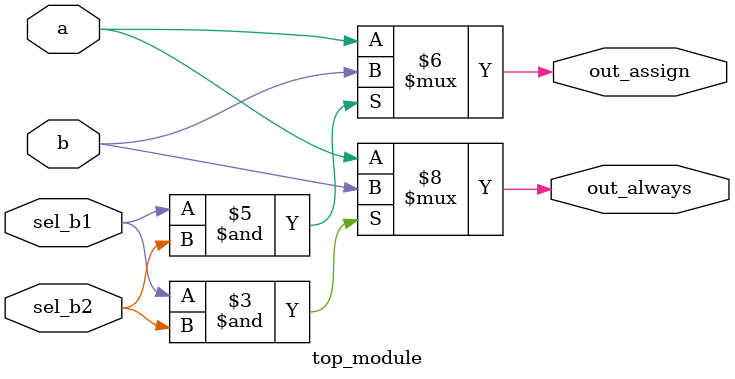
<source format=v>
module top_module(
    input a,
    input b,
    input sel_b1,
    input sel_b2,
    output wire out_assign,
    output reg out_always   ); 

    always@(*)
        begin
            if(sel_b1 & sel_b2 == 1'b1)
                out_always <= b;
            else 
                out_always <= a;
        end
    assign out_assign = (sel_b1 & sel_b2 == 1'b1)? b:a;
    
endmodule

</source>
